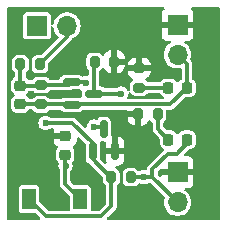
<source format=gbr>
%TF.GenerationSoftware,KiCad,Pcbnew,8.0.1*%
%TF.CreationDate,2024-05-12T21:11:42+05:30*%
%TF.ProjectId,PBSEQ-D2,50425345-512d-4443-922e-6b696361645f,0.1*%
%TF.SameCoordinates,Original*%
%TF.FileFunction,Copper,L1,Top*%
%TF.FilePolarity,Positive*%
%FSLAX46Y46*%
G04 Gerber Fmt 4.6, Leading zero omitted, Abs format (unit mm)*
G04 Created by KiCad (PCBNEW 8.0.1) date 2024-05-12 21:11:42*
%MOMM*%
%LPD*%
G01*
G04 APERTURE LIST*
G04 Aperture macros list*
%AMRoundRect*
0 Rectangle with rounded corners*
0 $1 Rounding radius*
0 $2 $3 $4 $5 $6 $7 $8 $9 X,Y pos of 4 corners*
0 Add a 4 corners polygon primitive as box body*
4,1,4,$2,$3,$4,$5,$6,$7,$8,$9,$2,$3,0*
0 Add four circle primitives for the rounded corners*
1,1,$1+$1,$2,$3*
1,1,$1+$1,$4,$5*
1,1,$1+$1,$6,$7*
1,1,$1+$1,$8,$9*
0 Add four rect primitives between the rounded corners*
20,1,$1+$1,$2,$3,$4,$5,0*
20,1,$1+$1,$4,$5,$6,$7,0*
20,1,$1+$1,$6,$7,$8,$9,0*
20,1,$1+$1,$8,$9,$2,$3,0*%
G04 Aperture macros list end*
%TA.AperFunction,SMDPad,CuDef*%
%ADD10RoundRect,0.200000X0.200000X0.275000X-0.200000X0.275000X-0.200000X-0.275000X0.200000X-0.275000X0*%
%TD*%
%TA.AperFunction,SMDPad,CuDef*%
%ADD11RoundRect,0.200000X0.275000X-0.200000X0.275000X0.200000X-0.275000X0.200000X-0.275000X-0.200000X0*%
%TD*%
%TA.AperFunction,ComponentPad*%
%ADD12R,1.700000X1.700000*%
%TD*%
%TA.AperFunction,ComponentPad*%
%ADD13O,1.700000X1.700000*%
%TD*%
%TA.AperFunction,SMDPad,CuDef*%
%ADD14RoundRect,0.150000X-0.587500X-0.150000X0.587500X-0.150000X0.587500X0.150000X-0.587500X0.150000X0*%
%TD*%
%TA.AperFunction,SMDPad,CuDef*%
%ADD15RoundRect,0.218750X-0.218750X-0.256250X0.218750X-0.256250X0.218750X0.256250X-0.218750X0.256250X0*%
%TD*%
%TA.AperFunction,SMDPad,CuDef*%
%ADD16RoundRect,0.200000X-0.200000X-0.275000X0.200000X-0.275000X0.200000X0.275000X-0.200000X0.275000X0*%
%TD*%
%TA.AperFunction,SMDPad,CuDef*%
%ADD17RoundRect,0.225000X0.250000X-0.225000X0.250000X0.225000X-0.250000X0.225000X-0.250000X-0.225000X0*%
%TD*%
%TA.AperFunction,SMDPad,CuDef*%
%ADD18R,1.150000X1.700000*%
%TD*%
%TA.AperFunction,SMDPad,CuDef*%
%ADD19RoundRect,0.200000X-0.275000X0.200000X-0.275000X-0.200000X0.275000X-0.200000X0.275000X0.200000X0*%
%TD*%
%TA.AperFunction,SMDPad,CuDef*%
%ADD20RoundRect,0.150000X0.150000X-0.587500X0.150000X0.587500X-0.150000X0.587500X-0.150000X-0.587500X0*%
%TD*%
%TA.AperFunction,ViaPad*%
%ADD21C,0.600000*%
%TD*%
%TA.AperFunction,Conductor*%
%ADD22C,0.300000*%
%TD*%
G04 APERTURE END LIST*
D10*
%TO.P,R3,1*%
%TO.N,GND*%
X139620000Y-96405000D03*
%TO.P,R3,2*%
%TO.N,OUTPUT*%
X137970000Y-96405000D03*
%TD*%
D11*
%TO.P,R5,1*%
%TO.N,Net-(D1-K)*%
X141740000Y-98605000D03*
%TO.P,R5,2*%
%TO.N,GND*%
X141740000Y-96955000D03*
%TD*%
D12*
%TO.P,J3,1,Pin_1*%
%TO.N,Net-(J3-Pin_1)*%
X133077500Y-93370000D03*
D13*
%TO.P,J3,2,Pin_2*%
%TO.N,Net-(J3-Pin_2)*%
X135617500Y-93370000D03*
%TD*%
D12*
%TO.P,J1,1,Pin_1*%
%TO.N,GND*%
X144980000Y-93270000D03*
D13*
%TO.P,J1,2,Pin_2*%
%TO.N,VCC*%
X144980000Y-95810000D03*
%TD*%
D14*
%TO.P,Q1,1,G*%
%TO.N,Net-(Q1-G)*%
X136017500Y-98156000D03*
%TO.P,Q1,2,S*%
%TO.N,VCC*%
X136017500Y-100056000D03*
%TO.P,Q1,3,D*%
%TO.N,OUTPUT*%
X137892500Y-99106000D03*
%TD*%
D15*
%TO.P,D1,1,K*%
%TO.N,Net-(D1-K)*%
X144212500Y-98610000D03*
%TO.P,D1,2,A*%
%TO.N,VCC*%
X145787500Y-98610000D03*
%TD*%
D16*
%TO.P,R2,1*%
%TO.N,Net-(J3-Pin_1)*%
X139380000Y-106185000D03*
%TO.P,R2,2*%
%TO.N,OUTPUT*%
X141030000Y-106185000D03*
%TD*%
D10*
%TO.P,R6,1*%
%TO.N,Net-(D2-K)*%
X143315000Y-100850000D03*
%TO.P,R6,2*%
%TO.N,GND*%
X141665000Y-100850000D03*
%TD*%
D12*
%TO.P,J2,1,Pin_1*%
%TO.N,GND*%
X144980000Y-105770000D03*
D13*
%TO.P,J2,2,Pin_2*%
%TO.N,OUTPUT*%
X144980000Y-108310000D03*
%TD*%
D15*
%TO.P,D2,1,K*%
%TO.N,Net-(D2-K)*%
X144212500Y-103000000D03*
%TO.P,D2,2,A*%
%TO.N,OUTPUT*%
X145787500Y-103000000D03*
%TD*%
D16*
%TO.P,R4,1*%
%TO.N,Net-(Q1-G)*%
X131680000Y-96605000D03*
%TO.P,R4,2*%
%TO.N,Net-(J3-Pin_2)*%
X133330000Y-96605000D03*
%TD*%
D17*
%TO.P,C1,1*%
%TO.N,VCC*%
X131655000Y-99980000D03*
%TO.P,C1,2*%
%TO.N,Net-(Q1-G)*%
X131655000Y-98430000D03*
%TD*%
D18*
%TO.P,SW1,1,1*%
%TO.N,Net-(J3-Pin_2)*%
X136760000Y-108035000D03*
%TO.P,SW1,2,2*%
%TO.N,Net-(J3-Pin_1)*%
X132410000Y-108035000D03*
%TD*%
D19*
%TO.P,R1,1*%
%TO.N,Net-(Q1-G)*%
X133425000Y-98380000D03*
%TO.P,R1,2*%
%TO.N,VCC*%
X133425000Y-100030000D03*
%TD*%
D17*
%TO.P,C2,1*%
%TO.N,Net-(J3-Pin_2)*%
X135465000Y-104270000D03*
%TO.P,C2,2*%
%TO.N,GND*%
X135465000Y-102720000D03*
%TD*%
D20*
%TO.P,Q2,1,G*%
%TO.N,Net-(J3-Pin_1)*%
X137787000Y-103982500D03*
%TO.P,Q2,2,S*%
%TO.N,GND*%
X139687000Y-103982500D03*
%TO.P,Q2,3,D*%
%TO.N,Net-(Q1-G)*%
X138737000Y-102107500D03*
%TD*%
D21*
%TO.N,Net-(Q1-G)*%
X137242500Y-98200000D03*
X137900000Y-101900000D03*
%TO.N,GND*%
X147600000Y-98200000D03*
X143200000Y-97000000D03*
X132600000Y-105200000D03*
X142000000Y-104600000D03*
X140200000Y-97800000D03*
X141800000Y-92800000D03*
X136800000Y-105800000D03*
X136600000Y-96000000D03*
X141800000Y-108000000D03*
X146800000Y-100800000D03*
%TO.N,Net-(J3-Pin_2)*%
X135500000Y-105200000D03*
%TO.N,OUTPUT*%
X140200000Y-99100000D03*
X142100000Y-106200000D03*
%TO.N,Net-(J3-Pin_1)*%
X133800000Y-101600000D03*
%TD*%
D22*
%TO.N,Net-(Q1-G)*%
X137900000Y-101900000D02*
X138529500Y-101900000D01*
X131655000Y-98430000D02*
X133375000Y-98430000D01*
X131680000Y-96605000D02*
X131680000Y-98405000D01*
X138529500Y-101900000D02*
X138737000Y-102107500D01*
X131680000Y-98405000D02*
X131655000Y-98430000D01*
X135793500Y-98380000D02*
X136017500Y-98156000D01*
X133425000Y-98380000D02*
X135793500Y-98380000D01*
X136017500Y-98156000D02*
X137198500Y-98156000D01*
X133375000Y-98430000D02*
X133425000Y-98380000D01*
X137198500Y-98156000D02*
X137242500Y-98200000D01*
%TO.N,VCC*%
X133425000Y-100030000D02*
X135991500Y-100030000D01*
X145787500Y-98610000D02*
X145787500Y-96617500D01*
X144372500Y-100025000D02*
X145787500Y-98610000D01*
X136017500Y-100056000D02*
X136048500Y-100025000D01*
X133375000Y-99980000D02*
X133425000Y-100030000D01*
X135991500Y-100030000D02*
X136017500Y-100056000D01*
X136048500Y-100025000D02*
X144372500Y-100025000D01*
X145787500Y-96617500D02*
X144980000Y-95810000D01*
X131655000Y-99980000D02*
X133375000Y-99980000D01*
%TO.N,Net-(J3-Pin_2)*%
X135465000Y-106740000D02*
X136760000Y-108035000D01*
X135617500Y-94317500D02*
X135617500Y-93370000D01*
X135500000Y-105200000D02*
X135465000Y-105165000D01*
X135465000Y-105165000D02*
X135465000Y-104270000D01*
X133330000Y-96605000D02*
X135617500Y-94317500D01*
X135465000Y-104270000D02*
X135465000Y-106740000D01*
%TO.N,Net-(D1-K)*%
X141740000Y-98605000D02*
X144207500Y-98605000D01*
X144207500Y-98605000D02*
X144212500Y-98610000D01*
%TO.N,OUTPUT*%
X144900000Y-104200000D02*
X145787500Y-103312500D01*
X141030000Y-106185000D02*
X142855000Y-106185000D01*
X137892500Y-99106000D02*
X140194000Y-99106000D01*
X142855000Y-106185000D02*
X142855000Y-105495000D01*
X137892500Y-99106000D02*
X137892500Y-96482500D01*
X142855000Y-105495000D02*
X144150000Y-104200000D01*
X142855000Y-106185000D02*
X144980000Y-108310000D01*
X144150000Y-104200000D02*
X144900000Y-104200000D01*
X145787500Y-103312500D02*
X145787500Y-103000000D01*
X140194000Y-99106000D02*
X140200000Y-99100000D01*
X137892500Y-96482500D02*
X137970000Y-96405000D01*
%TO.N,Net-(D2-K)*%
X143315000Y-102102500D02*
X144212500Y-103000000D01*
X143315000Y-100850000D02*
X143315000Y-102102500D01*
%TO.N,Net-(J3-Pin_1)*%
X137787000Y-104687000D02*
X137787000Y-103982500D01*
X139285000Y-106185000D02*
X137787000Y-104687000D01*
X137787000Y-103317296D02*
X137787000Y-103982500D01*
X133800000Y-101600000D02*
X136069704Y-101600000D01*
X139380000Y-106185000D02*
X139380000Y-108620000D01*
X138500000Y-109500000D02*
X133875000Y-109500000D01*
X136069704Y-101600000D02*
X137787000Y-103317296D01*
X139380000Y-106185000D02*
X139285000Y-106185000D01*
X133875000Y-109500000D02*
X132410000Y-108035000D01*
X139380000Y-108620000D02*
X138500000Y-109500000D01*
%TD*%
%TA.AperFunction,Conductor*%
%TO.N,GND*%
G36*
X143824375Y-91815185D02*
G01*
X143870130Y-91867989D01*
X143880074Y-91937147D01*
X143851049Y-92000703D01*
X143831647Y-92018767D01*
X143772809Y-92062813D01*
X143686649Y-92177906D01*
X143686645Y-92177913D01*
X143636403Y-92312620D01*
X143636401Y-92312627D01*
X143630000Y-92372155D01*
X143630000Y-93020000D01*
X144546988Y-93020000D01*
X144514075Y-93077007D01*
X144480000Y-93204174D01*
X144480000Y-93335826D01*
X144514075Y-93462993D01*
X144546988Y-93520000D01*
X143630000Y-93520000D01*
X143630000Y-94167844D01*
X143636401Y-94227372D01*
X143636403Y-94227379D01*
X143686645Y-94362086D01*
X143686649Y-94362093D01*
X143772809Y-94477187D01*
X143772812Y-94477190D01*
X143887906Y-94563350D01*
X143887913Y-94563354D01*
X144022620Y-94613596D01*
X144022627Y-94613598D01*
X144082155Y-94619999D01*
X144082172Y-94620000D01*
X144280634Y-94620000D01*
X144347673Y-94639685D01*
X144393428Y-94692489D01*
X144403372Y-94761647D01*
X144374347Y-94825203D01*
X144345911Y-94849427D01*
X144283701Y-94887945D01*
X144126127Y-95031593D01*
X143997632Y-95201746D01*
X143902596Y-95392605D01*
X143902596Y-95392607D01*
X143844244Y-95597689D01*
X143840703Y-95635909D01*
X143824571Y-95810000D01*
X143844244Y-96022310D01*
X143901208Y-96222516D01*
X143902596Y-96227392D01*
X143902596Y-96227394D01*
X143997632Y-96418253D01*
X144103311Y-96558193D01*
X144126128Y-96588407D01*
X144283698Y-96732052D01*
X144464981Y-96844298D01*
X144663802Y-96921321D01*
X144873390Y-96960500D01*
X144873392Y-96960500D01*
X145086608Y-96960500D01*
X145086610Y-96960500D01*
X145190217Y-96941132D01*
X145259730Y-96948163D01*
X145314408Y-96991660D01*
X145336891Y-97057814D01*
X145337000Y-97063021D01*
X145337000Y-97816237D01*
X145317315Y-97883276D01*
X145287925Y-97915041D01*
X145198132Y-97983132D01*
X145111884Y-98096868D01*
X145108086Y-98103624D01*
X145058072Y-98152412D01*
X144989620Y-98166416D01*
X144924463Y-98141188D01*
X144891914Y-98103624D01*
X144888115Y-98096868D01*
X144801867Y-97983132D01*
X144688134Y-97896886D01*
X144688132Y-97896885D01*
X144555346Y-97844521D01*
X144555345Y-97844520D01*
X144555343Y-97844520D01*
X144471902Y-97834500D01*
X143953098Y-97834500D01*
X143869656Y-97844520D01*
X143869655Y-97844520D01*
X143736865Y-97896886D01*
X143623132Y-97983132D01*
X143531760Y-98103626D01*
X143529285Y-98101749D01*
X143490040Y-98140049D01*
X143431945Y-98154500D01*
X142514751Y-98154500D01*
X142447712Y-98134815D01*
X142415485Y-98104812D01*
X142372548Y-98047457D01*
X142372546Y-98047454D01*
X142305003Y-97996891D01*
X142263133Y-97940957D01*
X142258149Y-97871265D01*
X142291635Y-97809943D01*
X142315166Y-97791508D01*
X142449874Y-97710074D01*
X142449878Y-97710071D01*
X142570072Y-97589877D01*
X142658019Y-97444395D01*
X142708590Y-97282106D01*
X142715000Y-97211572D01*
X142715000Y-97205000D01*
X140765001Y-97205000D01*
X140765001Y-97211582D01*
X140771408Y-97282102D01*
X140771409Y-97282107D01*
X140821981Y-97444396D01*
X140909927Y-97589877D01*
X141030122Y-97710072D01*
X141164834Y-97791508D01*
X141212021Y-97843036D01*
X141223860Y-97911895D01*
X141196591Y-97976224D01*
X141174996Y-97996891D01*
X141107452Y-98047455D01*
X141021206Y-98162664D01*
X141021202Y-98162671D01*
X140996219Y-98229656D01*
X140970909Y-98297517D01*
X140964500Y-98357127D01*
X140964500Y-98357134D01*
X140964500Y-98357135D01*
X140964500Y-98753095D01*
X140944815Y-98820134D01*
X140892011Y-98865889D01*
X140822853Y-98875833D01*
X140759297Y-98846808D01*
X140725939Y-98800546D01*
X140724536Y-98797159D01*
X140628282Y-98671718D01*
X140502841Y-98575464D01*
X140356762Y-98514956D01*
X140356760Y-98514955D01*
X140200001Y-98494318D01*
X140199999Y-98494318D01*
X140043239Y-98514955D01*
X140043234Y-98514957D01*
X139897163Y-98575461D01*
X139897162Y-98575461D01*
X139865624Y-98599661D01*
X139826246Y-98629876D01*
X139761079Y-98655070D01*
X139750762Y-98655500D01*
X138872288Y-98655500D01*
X138805249Y-98635815D01*
X138798655Y-98631270D01*
X138692886Y-98553209D01*
X138692880Y-98553206D01*
X138564700Y-98508353D01*
X138534270Y-98505500D01*
X138534266Y-98505500D01*
X138467000Y-98505500D01*
X138399961Y-98485815D01*
X138354206Y-98433011D01*
X138343000Y-98381500D01*
X138343000Y-97235226D01*
X138362685Y-97168187D01*
X138407576Y-97126392D01*
X138412323Y-97123798D01*
X138412331Y-97123796D01*
X138527546Y-97037546D01*
X138578109Y-96970002D01*
X138634041Y-96928133D01*
X138703733Y-96923149D01*
X138765056Y-96956634D01*
X138783491Y-96980165D01*
X138864927Y-97114877D01*
X138985122Y-97235072D01*
X139130604Y-97323019D01*
X139130603Y-97323019D01*
X139292894Y-97373590D01*
X139292893Y-97373590D01*
X139363408Y-97379998D01*
X139363426Y-97379999D01*
X139369999Y-97379998D01*
X139370000Y-97379998D01*
X139370000Y-96655000D01*
X139870000Y-96655000D01*
X139870000Y-97379999D01*
X139876581Y-97379999D01*
X139947102Y-97373591D01*
X139947107Y-97373590D01*
X140109396Y-97323018D01*
X140254877Y-97235072D01*
X140375072Y-97114877D01*
X140463019Y-96969395D01*
X140513590Y-96807106D01*
X140519078Y-96746711D01*
X140534622Y-96707358D01*
X140529307Y-96697162D01*
X140757162Y-96697162D01*
X140765000Y-96705000D01*
X141490000Y-96705000D01*
X141490000Y-96055000D01*
X141990000Y-96055000D01*
X141990000Y-96705000D01*
X142714999Y-96705000D01*
X142714999Y-96698417D01*
X142708591Y-96627897D01*
X142708590Y-96627892D01*
X142658018Y-96465603D01*
X142570072Y-96320122D01*
X142449877Y-96199927D01*
X142304395Y-96111980D01*
X142304396Y-96111980D01*
X142142105Y-96061409D01*
X142142106Y-96061409D01*
X142071572Y-96055000D01*
X141990000Y-96055000D01*
X141490000Y-96055000D01*
X141489999Y-96054999D01*
X141408417Y-96055000D01*
X141337897Y-96061408D01*
X141337892Y-96061409D01*
X141175603Y-96111981D01*
X141030122Y-96199927D01*
X140909927Y-96320122D01*
X140821980Y-96465604D01*
X140771409Y-96627893D01*
X140767491Y-96671014D01*
X140757162Y-96697162D01*
X140529307Y-96697162D01*
X140522350Y-96683818D01*
X140520000Y-96659793D01*
X140520000Y-96655000D01*
X139870000Y-96655000D01*
X139370000Y-96655000D01*
X139370000Y-95430000D01*
X139870000Y-95430000D01*
X139870000Y-96155000D01*
X140519999Y-96155000D01*
X140519999Y-96073417D01*
X140513591Y-96002897D01*
X140513590Y-96002892D01*
X140463018Y-95840603D01*
X140375072Y-95695122D01*
X140254877Y-95574927D01*
X140109395Y-95486980D01*
X140109396Y-95486980D01*
X139947105Y-95436409D01*
X139947106Y-95436409D01*
X139876572Y-95430000D01*
X139870000Y-95430000D01*
X139370000Y-95430000D01*
X139369999Y-95429999D01*
X139363436Y-95430000D01*
X139363417Y-95430001D01*
X139292897Y-95436408D01*
X139292892Y-95436409D01*
X139130603Y-95486981D01*
X138985122Y-95574927D01*
X138864927Y-95695122D01*
X138783491Y-95829834D01*
X138731963Y-95877022D01*
X138663103Y-95888860D01*
X138598775Y-95861591D01*
X138578108Y-95839995D01*
X138527547Y-95772455D01*
X138527544Y-95772452D01*
X138412335Y-95686206D01*
X138412328Y-95686202D01*
X138277486Y-95635910D01*
X138277485Y-95635909D01*
X138277483Y-95635909D01*
X138217873Y-95629500D01*
X138217863Y-95629500D01*
X137722129Y-95629500D01*
X137722123Y-95629501D01*
X137662516Y-95635908D01*
X137527671Y-95686202D01*
X137527664Y-95686206D01*
X137412455Y-95772452D01*
X137412452Y-95772455D01*
X137326206Y-95887664D01*
X137326202Y-95887671D01*
X137275986Y-96022310D01*
X137275909Y-96022517D01*
X137269500Y-96082127D01*
X137269500Y-96082134D01*
X137269500Y-96082135D01*
X137269500Y-96727870D01*
X137269501Y-96727876D01*
X137275908Y-96787483D01*
X137326202Y-96922328D01*
X137326203Y-96922330D01*
X137417267Y-97043975D01*
X137441684Y-97109439D01*
X137442000Y-97118286D01*
X137442000Y-97479187D01*
X137422315Y-97546226D01*
X137369511Y-97591981D01*
X137301816Y-97602126D01*
X137242503Y-97594318D01*
X137242499Y-97594318D01*
X137085739Y-97614955D01*
X137085737Y-97614956D01*
X136989090Y-97654989D01*
X136919620Y-97662458D01*
X136868004Y-97640198D01*
X136817886Y-97603209D01*
X136817880Y-97603206D01*
X136689700Y-97558353D01*
X136659270Y-97555500D01*
X136659266Y-97555500D01*
X135375734Y-97555500D01*
X135375730Y-97555500D01*
X135345300Y-97558353D01*
X135345298Y-97558353D01*
X135217119Y-97603206D01*
X135217117Y-97603207D01*
X135107850Y-97683850D01*
X135064466Y-97742634D01*
X135027207Y-97793118D01*
X135008543Y-97846456D01*
X134967823Y-97903230D01*
X134902871Y-97928978D01*
X134891503Y-97929500D01*
X134199751Y-97929500D01*
X134132712Y-97909815D01*
X134100485Y-97879812D01*
X134066564Y-97834500D01*
X134057546Y-97822454D01*
X134049241Y-97816237D01*
X133942335Y-97736206D01*
X133942328Y-97736202D01*
X133807486Y-97685910D01*
X133807485Y-97685909D01*
X133807483Y-97685909D01*
X133747873Y-97679500D01*
X133747863Y-97679500D01*
X133102129Y-97679500D01*
X133102123Y-97679501D01*
X133042516Y-97685908D01*
X132907671Y-97736202D01*
X132907664Y-97736206D01*
X132792456Y-97822452D01*
X132792455Y-97822453D01*
X132792454Y-97822454D01*
X132712087Y-97929811D01*
X132656153Y-97971682D01*
X132612820Y-97979500D01*
X132455097Y-97979500D01*
X132388058Y-97959815D01*
X132356293Y-97930426D01*
X132344626Y-97915041D01*
X132280078Y-97829922D01*
X132179573Y-97753706D01*
X132138051Y-97697514D01*
X132130500Y-97654903D01*
X132130500Y-97379749D01*
X132150185Y-97312710D01*
X132180190Y-97280482D01*
X132237546Y-97237546D01*
X132323796Y-97122331D01*
X132374091Y-96987483D01*
X132380500Y-96927873D01*
X132380499Y-96282128D01*
X132374091Y-96222517D01*
X132365665Y-96199927D01*
X132323797Y-96087671D01*
X132323793Y-96087664D01*
X132237547Y-95972455D01*
X132237544Y-95972452D01*
X132122335Y-95886206D01*
X132122328Y-95886202D01*
X131987486Y-95835910D01*
X131987485Y-95835909D01*
X131987483Y-95835909D01*
X131927873Y-95829500D01*
X131927863Y-95829500D01*
X131432129Y-95829500D01*
X131432123Y-95829501D01*
X131372516Y-95835908D01*
X131237671Y-95886202D01*
X131237664Y-95886206D01*
X131122455Y-95972452D01*
X131122452Y-95972455D01*
X131036206Y-96087664D01*
X131036202Y-96087671D01*
X130985910Y-96222513D01*
X130985909Y-96222517D01*
X130979500Y-96282127D01*
X130979500Y-96282134D01*
X130979500Y-96282135D01*
X130979500Y-96927870D01*
X130979501Y-96927876D01*
X130985908Y-96987483D01*
X131036202Y-97122328D01*
X131036203Y-97122329D01*
X131036204Y-97122331D01*
X131122452Y-97237543D01*
X131122455Y-97237547D01*
X131179810Y-97280482D01*
X131221682Y-97336415D01*
X131229500Y-97379749D01*
X131229500Y-97624928D01*
X131209815Y-97691967D01*
X131157011Y-97737722D01*
X131150996Y-97740280D01*
X131145028Y-97742633D01*
X131145026Y-97742634D01*
X131029921Y-97829921D01*
X130942636Y-97945023D01*
X130889640Y-98079411D01*
X130884065Y-98125841D01*
X130879500Y-98163856D01*
X130879500Y-98696144D01*
X130881272Y-98710897D01*
X130889640Y-98780588D01*
X130942636Y-98914976D01*
X131029920Y-99030076D01*
X131029922Y-99030078D01*
X131096412Y-99080499D01*
X131130298Y-99106196D01*
X131171821Y-99162389D01*
X131176372Y-99232110D01*
X131142507Y-99293224D01*
X131130298Y-99303804D01*
X131029920Y-99379923D01*
X130942636Y-99495023D01*
X130889640Y-99629411D01*
X130884065Y-99675841D01*
X130879500Y-99713856D01*
X130879500Y-100246144D01*
X130884825Y-100290494D01*
X130889640Y-100330588D01*
X130942636Y-100464976D01*
X131029921Y-100580078D01*
X131145023Y-100667363D01*
X131145024Y-100667363D01*
X131145025Y-100667364D01*
X131279410Y-100720359D01*
X131363856Y-100730500D01*
X131363862Y-100730500D01*
X131946138Y-100730500D01*
X131946144Y-100730500D01*
X132030590Y-100720359D01*
X132164975Y-100667364D01*
X132280078Y-100580078D01*
X132356293Y-100479573D01*
X132412486Y-100438051D01*
X132455097Y-100430500D01*
X132612820Y-100430500D01*
X132679859Y-100450185D01*
X132712085Y-100480187D01*
X132792454Y-100587546D01*
X132835386Y-100619685D01*
X132907664Y-100673793D01*
X132907671Y-100673797D01*
X132952618Y-100690561D01*
X133042517Y-100724091D01*
X133102127Y-100730500D01*
X133747872Y-100730499D01*
X133807483Y-100724091D01*
X133942331Y-100673796D01*
X134057546Y-100587546D01*
X134098783Y-100532461D01*
X134100485Y-100530188D01*
X134156419Y-100488318D01*
X134199751Y-100480500D01*
X135010085Y-100480500D01*
X135077124Y-100500185D01*
X135100634Y-100522223D01*
X135101279Y-100521579D01*
X135107848Y-100528148D01*
X135107849Y-100528148D01*
X135107850Y-100528150D01*
X135217118Y-100608793D01*
X135248246Y-100619685D01*
X135345299Y-100653646D01*
X135375730Y-100656500D01*
X135375734Y-100656500D01*
X136659270Y-100656500D01*
X136689699Y-100653646D01*
X136689701Y-100653646D01*
X136753790Y-100631219D01*
X136817882Y-100608793D01*
X136927150Y-100528150D01*
X136928834Y-100525867D01*
X136931318Y-100523981D01*
X136933721Y-100521579D01*
X136934049Y-100521907D01*
X136984481Y-100483616D01*
X137028605Y-100475500D01*
X140641000Y-100475500D01*
X140708039Y-100495185D01*
X140753794Y-100547989D01*
X140765000Y-100599500D01*
X140765000Y-100600000D01*
X141791000Y-100600000D01*
X141858039Y-100619685D01*
X141903794Y-100672489D01*
X141915000Y-100724000D01*
X141915000Y-101824999D01*
X141921581Y-101824999D01*
X141992102Y-101818591D01*
X141992107Y-101818590D01*
X142154396Y-101768018D01*
X142299877Y-101680072D01*
X142420071Y-101559878D01*
X142420074Y-101559874D01*
X142501508Y-101425166D01*
X142553035Y-101377978D01*
X142621895Y-101366139D01*
X142686224Y-101393407D01*
X142706892Y-101415004D01*
X142757452Y-101482543D01*
X142757455Y-101482547D01*
X142814810Y-101525482D01*
X142856682Y-101581415D01*
X142864500Y-101624749D01*
X142864500Y-102161811D01*
X142875494Y-102202838D01*
X142875494Y-102202840D01*
X142875495Y-102202840D01*
X142875495Y-102202841D01*
X142895201Y-102276387D01*
X142954511Y-102379114D01*
X142954513Y-102379116D01*
X143438181Y-102862784D01*
X143471666Y-102924107D01*
X143474500Y-102950465D01*
X143474500Y-103296902D01*
X143484520Y-103380343D01*
X143484520Y-103380344D01*
X143536886Y-103513134D01*
X143623132Y-103626867D01*
X143729524Y-103707546D01*
X143736868Y-103713115D01*
X143749550Y-103718116D01*
X143804695Y-103761021D01*
X143827889Y-103826928D01*
X143811769Y-103894913D01*
X143791743Y-103921152D01*
X142494513Y-105218383D01*
X142494509Y-105218389D01*
X142435201Y-105321112D01*
X142435200Y-105321117D01*
X142404500Y-105435691D01*
X142404500Y-105493011D01*
X142384815Y-105560050D01*
X142332011Y-105605805D01*
X142264315Y-105615950D01*
X142100001Y-105594318D01*
X142099999Y-105594318D01*
X141943239Y-105614955D01*
X141943234Y-105614957D01*
X141796441Y-105675760D01*
X141726972Y-105683229D01*
X141664493Y-105651953D01*
X141649723Y-105635511D01*
X141588488Y-105553713D01*
X141587546Y-105552454D01*
X141587544Y-105552453D01*
X141587544Y-105552452D01*
X141472335Y-105466206D01*
X141472328Y-105466202D01*
X141337486Y-105415910D01*
X141337485Y-105415909D01*
X141337483Y-105415909D01*
X141277873Y-105409500D01*
X141277863Y-105409500D01*
X140782129Y-105409500D01*
X140782123Y-105409501D01*
X140722516Y-105415908D01*
X140587671Y-105466202D01*
X140587664Y-105466206D01*
X140472455Y-105552452D01*
X140472452Y-105552455D01*
X140386206Y-105667664D01*
X140386202Y-105667671D01*
X140335910Y-105802513D01*
X140335909Y-105802517D01*
X140329500Y-105862127D01*
X140329500Y-105862134D01*
X140329500Y-105862135D01*
X140329500Y-106507870D01*
X140329501Y-106507876D01*
X140335908Y-106567483D01*
X140386202Y-106702328D01*
X140386206Y-106702335D01*
X140472452Y-106817544D01*
X140472454Y-106817546D01*
X140587664Y-106903793D01*
X140587671Y-106903797D01*
X140614724Y-106913887D01*
X140722517Y-106954091D01*
X140782127Y-106960500D01*
X141277872Y-106960499D01*
X141337483Y-106954091D01*
X141472331Y-106903796D01*
X141587546Y-106817546D01*
X141633464Y-106756207D01*
X141689396Y-106714338D01*
X141759088Y-106709354D01*
X141794730Y-106723133D01*
X141797155Y-106724533D01*
X141797159Y-106724536D01*
X141943238Y-106785044D01*
X142021619Y-106795363D01*
X142099999Y-106805682D01*
X142100000Y-106805682D01*
X142100001Y-106805682D01*
X142152254Y-106798802D01*
X142256762Y-106785044D01*
X142402836Y-106724538D01*
X142402837Y-106724538D01*
X142402837Y-106724537D01*
X142402841Y-106724536D01*
X142485482Y-106661123D01*
X142550650Y-106635930D01*
X142560967Y-106635500D01*
X142617035Y-106635500D01*
X142684074Y-106655185D01*
X142704716Y-106671819D01*
X143856142Y-107823246D01*
X143889627Y-107884569D01*
X143887727Y-107944861D01*
X143844244Y-108097687D01*
X143824571Y-108309999D01*
X143824571Y-108310000D01*
X143844244Y-108522310D01*
X143902596Y-108727392D01*
X143902596Y-108727394D01*
X143997632Y-108918253D01*
X144102987Y-109057764D01*
X144126128Y-109088407D01*
X144283698Y-109232052D01*
X144464981Y-109344298D01*
X144663802Y-109421321D01*
X144873390Y-109460500D01*
X144873392Y-109460500D01*
X145086608Y-109460500D01*
X145086610Y-109460500D01*
X145296198Y-109421321D01*
X145495019Y-109344298D01*
X145676302Y-109232052D01*
X145833872Y-109088407D01*
X145962366Y-108918255D01*
X146024293Y-108793888D01*
X146057403Y-108727394D01*
X146057403Y-108727393D01*
X146057405Y-108727389D01*
X146115756Y-108522310D01*
X146135429Y-108310000D01*
X146115756Y-108097690D01*
X146057405Y-107892611D01*
X146057403Y-107892606D01*
X146057403Y-107892605D01*
X145962367Y-107701746D01*
X145833872Y-107531593D01*
X145676302Y-107387948D01*
X145676299Y-107387946D01*
X145676298Y-107387945D01*
X145614089Y-107349427D01*
X145567453Y-107297399D01*
X145556349Y-107228418D01*
X145584302Y-107164383D01*
X145642437Y-107125627D01*
X145679366Y-107120000D01*
X145877828Y-107120000D01*
X145877844Y-107119999D01*
X145937372Y-107113598D01*
X145937379Y-107113596D01*
X146072086Y-107063354D01*
X146072093Y-107063350D01*
X146187187Y-106977190D01*
X146187190Y-106977187D01*
X146273350Y-106862093D01*
X146273354Y-106862086D01*
X146323596Y-106727379D01*
X146323598Y-106727372D01*
X146329999Y-106667844D01*
X146330000Y-106667827D01*
X146330000Y-106020000D01*
X145413012Y-106020000D01*
X145445925Y-105962993D01*
X145480000Y-105835826D01*
X145480000Y-105704174D01*
X145445925Y-105577007D01*
X145413012Y-105520000D01*
X146330000Y-105520000D01*
X146330000Y-104872172D01*
X146329999Y-104872155D01*
X146323598Y-104812627D01*
X146323596Y-104812620D01*
X146273354Y-104677913D01*
X146273350Y-104677906D01*
X146187190Y-104562812D01*
X146187187Y-104562809D01*
X146072093Y-104476649D01*
X146072086Y-104476645D01*
X145937379Y-104426403D01*
X145937372Y-104426401D01*
X145877844Y-104420000D01*
X145616465Y-104420000D01*
X145549426Y-104400315D01*
X145503671Y-104347511D01*
X145493727Y-104278353D01*
X145522752Y-104214797D01*
X145528784Y-104208319D01*
X145925284Y-103811819D01*
X145986607Y-103778334D01*
X146012965Y-103775500D01*
X146046902Y-103775500D01*
X146130346Y-103765479D01*
X146263132Y-103713115D01*
X146376867Y-103626867D01*
X146463115Y-103513132D01*
X146515479Y-103380346D01*
X146525500Y-103296902D01*
X146525500Y-102703098D01*
X146515479Y-102619654D01*
X146463115Y-102486868D01*
X146450324Y-102470000D01*
X146376867Y-102373132D01*
X146263134Y-102286886D01*
X146263132Y-102286885D01*
X146130346Y-102234521D01*
X146130345Y-102234520D01*
X146130343Y-102234520D01*
X146046902Y-102224500D01*
X145528098Y-102224500D01*
X145444656Y-102234520D01*
X145444655Y-102234520D01*
X145311865Y-102286886D01*
X145198132Y-102373132D01*
X145111884Y-102486868D01*
X145108086Y-102493624D01*
X145058072Y-102542412D01*
X144989620Y-102556416D01*
X144924463Y-102531188D01*
X144891914Y-102493624D01*
X144888115Y-102486868D01*
X144801867Y-102373132D01*
X144688134Y-102286886D01*
X144688132Y-102286885D01*
X144555346Y-102234521D01*
X144555345Y-102234520D01*
X144555343Y-102234520D01*
X144471902Y-102224500D01*
X144125465Y-102224500D01*
X144058426Y-102204815D01*
X144037784Y-102188181D01*
X143801819Y-101952215D01*
X143768334Y-101890892D01*
X143765500Y-101864534D01*
X143765500Y-101624749D01*
X143785185Y-101557710D01*
X143815190Y-101525482D01*
X143872546Y-101482546D01*
X143958796Y-101367331D01*
X144009091Y-101232483D01*
X144015500Y-101172873D01*
X144015499Y-100599499D01*
X144035183Y-100532461D01*
X144087987Y-100486706D01*
X144139499Y-100475500D01*
X144431807Y-100475500D01*
X144431809Y-100475500D01*
X144527726Y-100449799D01*
X144546387Y-100444799D01*
X144649114Y-100385489D01*
X145612784Y-99421819D01*
X145674107Y-99388334D01*
X145700465Y-99385500D01*
X146046902Y-99385500D01*
X146130346Y-99375479D01*
X146263132Y-99323115D01*
X146376867Y-99236867D01*
X146463115Y-99123132D01*
X146515479Y-98990346D01*
X146525500Y-98906902D01*
X146525500Y-98313098D01*
X146515479Y-98229654D01*
X146463115Y-98096868D01*
X146449877Y-98079411D01*
X146376867Y-97983132D01*
X146287075Y-97915041D01*
X146245551Y-97858848D01*
X146238000Y-97816237D01*
X146238000Y-96558193D01*
X146238000Y-96558191D01*
X146207299Y-96443614D01*
X146192658Y-96418255D01*
X146182231Y-96400194D01*
X146147993Y-96340892D01*
X146147987Y-96340884D01*
X146103856Y-96296753D01*
X146070371Y-96235430D01*
X146072270Y-96175141D01*
X146115756Y-96022310D01*
X146135429Y-95810000D01*
X146115756Y-95597690D01*
X146057405Y-95392611D01*
X146057403Y-95392606D01*
X146057403Y-95392605D01*
X145962367Y-95201746D01*
X145833872Y-95031593D01*
X145676302Y-94887948D01*
X145676299Y-94887946D01*
X145676298Y-94887945D01*
X145614089Y-94849427D01*
X145567453Y-94797399D01*
X145556349Y-94728418D01*
X145584302Y-94664383D01*
X145642437Y-94625627D01*
X145679366Y-94620000D01*
X145877828Y-94620000D01*
X145877844Y-94619999D01*
X145937372Y-94613598D01*
X145937379Y-94613596D01*
X146072086Y-94563354D01*
X146072093Y-94563350D01*
X146187187Y-94477190D01*
X146187190Y-94477187D01*
X146273350Y-94362093D01*
X146273354Y-94362086D01*
X146323596Y-94227379D01*
X146323598Y-94227372D01*
X146329999Y-94167844D01*
X146330000Y-94167827D01*
X146330000Y-93520000D01*
X145413012Y-93520000D01*
X145445925Y-93462993D01*
X145480000Y-93335826D01*
X145480000Y-93204174D01*
X145445925Y-93077007D01*
X145413012Y-93020000D01*
X146330000Y-93020000D01*
X146330000Y-92372172D01*
X146329999Y-92372155D01*
X146323598Y-92312627D01*
X146323596Y-92312620D01*
X146273354Y-92177913D01*
X146273350Y-92177906D01*
X146187190Y-92062813D01*
X146128353Y-92018767D01*
X146086482Y-91962833D01*
X146081498Y-91893141D01*
X146114983Y-91831818D01*
X146176307Y-91798334D01*
X146202664Y-91795500D01*
X148430500Y-91795500D01*
X148497539Y-91815185D01*
X148543294Y-91867989D01*
X148554500Y-91919500D01*
X148554500Y-109670500D01*
X148534815Y-109737539D01*
X148482011Y-109783294D01*
X148430500Y-109794500D01*
X139141965Y-109794500D01*
X139074926Y-109774815D01*
X139029171Y-109722011D01*
X139019227Y-109652853D01*
X139048252Y-109589297D01*
X139054284Y-109582819D01*
X139292806Y-109344297D01*
X139740489Y-108896614D01*
X139799799Y-108793887D01*
X139816971Y-108729799D01*
X139830500Y-108679309D01*
X139830500Y-106959749D01*
X139850185Y-106892710D01*
X139880190Y-106860482D01*
X139937546Y-106817546D01*
X140023796Y-106702331D01*
X140074091Y-106567483D01*
X140080500Y-106507873D01*
X140080499Y-105862128D01*
X140074091Y-105802517D01*
X140048722Y-105734500D01*
X140023797Y-105667671D01*
X140023793Y-105667664D01*
X139937547Y-105552455D01*
X139937544Y-105552452D01*
X139822335Y-105466206D01*
X139822328Y-105466202D01*
X139806186Y-105460182D01*
X139750253Y-105418311D01*
X139725835Y-105352847D01*
X139740686Y-105284574D01*
X139790091Y-105235168D01*
X139849519Y-105220000D01*
X139902634Y-105220000D01*
X139902649Y-105219999D01*
X139939489Y-105217100D01*
X139939495Y-105217099D01*
X140097193Y-105171283D01*
X140097196Y-105171282D01*
X140238552Y-105087685D01*
X140238561Y-105087678D01*
X140354678Y-104971561D01*
X140354685Y-104971552D01*
X140438282Y-104830196D01*
X140438283Y-104830193D01*
X140484099Y-104672495D01*
X140484100Y-104672489D01*
X140486999Y-104635649D01*
X140487000Y-104635634D01*
X140487000Y-104232500D01*
X138887000Y-104232500D01*
X138887000Y-104635649D01*
X138889899Y-104672489D01*
X138889900Y-104672495D01*
X138935716Y-104830193D01*
X138935717Y-104830196D01*
X138969300Y-104886982D01*
X138986483Y-104954706D01*
X138964323Y-105020969D01*
X138909857Y-105064732D01*
X138840377Y-105072101D01*
X138777942Y-105040737D01*
X138774887Y-105037784D01*
X138423819Y-104686716D01*
X138390334Y-104625393D01*
X138387500Y-104599035D01*
X138387500Y-103340730D01*
X138384646Y-103310301D01*
X138383845Y-103308011D01*
X138383753Y-103306210D01*
X138383036Y-103302927D01*
X138383579Y-103302808D01*
X138380284Y-103238232D01*
X138415013Y-103177605D01*
X138477007Y-103145378D01*
X138512464Y-103143599D01*
X138532734Y-103145500D01*
X138768051Y-103145500D01*
X138835090Y-103165185D01*
X138880845Y-103217989D01*
X138890789Y-103287147D01*
X138890033Y-103291780D01*
X138889899Y-103292508D01*
X138887000Y-103329350D01*
X138887000Y-103732500D01*
X139437000Y-103732500D01*
X139437000Y-102747703D01*
X139937000Y-102747703D01*
X139937000Y-103732500D01*
X140487000Y-103732500D01*
X140487000Y-103329365D01*
X140486999Y-103329350D01*
X140484100Y-103292510D01*
X140484099Y-103292504D01*
X140438283Y-103134806D01*
X140438282Y-103134803D01*
X140354685Y-102993447D01*
X140354678Y-102993438D01*
X140238561Y-102877321D01*
X140238552Y-102877314D01*
X140097196Y-102793717D01*
X140097193Y-102793716D01*
X139939494Y-102747900D01*
X139939497Y-102747900D01*
X139937000Y-102747703D01*
X139437000Y-102747703D01*
X139423144Y-102734900D01*
X139402890Y-102730653D01*
X139353116Y-102681619D01*
X139337500Y-102621378D01*
X139337500Y-101465730D01*
X139334646Y-101435300D01*
X139334646Y-101435298D01*
X139293051Y-101316429D01*
X139289793Y-101307118D01*
X139209150Y-101197850D01*
X139099882Y-101117207D01*
X139099880Y-101117206D01*
X139050709Y-101100000D01*
X140765001Y-101100000D01*
X140765001Y-101181582D01*
X140771408Y-101252102D01*
X140771409Y-101252107D01*
X140821981Y-101414396D01*
X140909927Y-101559877D01*
X141030122Y-101680072D01*
X141175604Y-101768019D01*
X141175603Y-101768019D01*
X141337894Y-101818590D01*
X141337893Y-101818590D01*
X141408408Y-101824998D01*
X141408426Y-101824999D01*
X141414999Y-101824998D01*
X141415000Y-101824998D01*
X141415000Y-101100000D01*
X140765001Y-101100000D01*
X139050709Y-101100000D01*
X138971700Y-101072353D01*
X138941270Y-101069500D01*
X138941266Y-101069500D01*
X138532734Y-101069500D01*
X138532730Y-101069500D01*
X138502300Y-101072353D01*
X138502298Y-101072353D01*
X138374119Y-101117206D01*
X138374117Y-101117207D01*
X138264850Y-101197850D01*
X138207540Y-101275502D01*
X138151892Y-101317753D01*
X138082236Y-101323211D01*
X138060324Y-101316431D01*
X138056762Y-101314956D01*
X138056759Y-101314955D01*
X138056760Y-101314955D01*
X137900001Y-101294318D01*
X137899999Y-101294318D01*
X137743239Y-101314955D01*
X137743237Y-101314956D01*
X137597160Y-101375463D01*
X137471718Y-101471718D01*
X137375463Y-101597160D01*
X137314956Y-101743237D01*
X137314956Y-101743238D01*
X137293690Y-101904768D01*
X137265423Y-101968664D01*
X137207099Y-102007135D01*
X137137234Y-102007966D01*
X137083070Y-101976263D01*
X136346320Y-101239513D01*
X136346318Y-101239511D01*
X136274160Y-101197850D01*
X136243589Y-101180199D01*
X136211932Y-101171718D01*
X136170472Y-101160609D01*
X136129013Y-101149500D01*
X136129012Y-101149500D01*
X134241419Y-101149500D01*
X134174380Y-101129815D01*
X134165933Y-101123876D01*
X134102842Y-101075464D01*
X133956762Y-101014956D01*
X133956760Y-101014955D01*
X133800001Y-100994318D01*
X133799999Y-100994318D01*
X133643239Y-101014955D01*
X133643237Y-101014956D01*
X133497160Y-101075463D01*
X133371718Y-101171718D01*
X133275463Y-101297160D01*
X133214956Y-101443237D01*
X133214955Y-101443239D01*
X133194318Y-101599998D01*
X133194318Y-101600001D01*
X133214955Y-101756760D01*
X133214956Y-101756762D01*
X133270514Y-101890892D01*
X133275464Y-101902841D01*
X133371718Y-102028282D01*
X133497159Y-102124536D01*
X133643238Y-102185044D01*
X133697191Y-102192147D01*
X133799999Y-102205682D01*
X133800000Y-102205682D01*
X133800001Y-102205682D01*
X133852254Y-102198802D01*
X133956762Y-102185044D01*
X134102841Y-102124536D01*
X134165933Y-102076123D01*
X134231102Y-102050930D01*
X134241419Y-102050500D01*
X134426805Y-102050500D01*
X134493844Y-102070185D01*
X134539599Y-102122989D01*
X134549543Y-102192147D01*
X134544511Y-102213504D01*
X134500144Y-102347393D01*
X134490000Y-102446677D01*
X134490000Y-102470000D01*
X135591000Y-102470000D01*
X135658039Y-102489685D01*
X135703794Y-102542489D01*
X135715000Y-102594000D01*
X135715000Y-102846000D01*
X135695315Y-102913039D01*
X135642511Y-102958794D01*
X135591000Y-102970000D01*
X134490001Y-102970000D01*
X134490001Y-102993322D01*
X134500144Y-103092607D01*
X134553452Y-103253481D01*
X134553457Y-103253492D01*
X134642424Y-103397728D01*
X134642427Y-103397732D01*
X134762268Y-103517573D01*
X134777684Y-103527082D01*
X134824408Y-103579031D01*
X134835629Y-103647994D01*
X134811390Y-103707545D01*
X134752636Y-103785023D01*
X134699640Y-103919411D01*
X134694065Y-103965841D01*
X134689500Y-104003856D01*
X134689500Y-104536144D01*
X134692424Y-104560489D01*
X134699640Y-104620588D01*
X134752636Y-104754976D01*
X134839921Y-104870078D01*
X134875338Y-104896935D01*
X134916861Y-104953127D01*
X134921413Y-105022848D01*
X134914978Y-105043181D01*
X134914957Y-105043229D01*
X134914956Y-105043234D01*
X134894318Y-105199998D01*
X134894318Y-105200001D01*
X134914955Y-105356760D01*
X134914957Y-105356765D01*
X134975461Y-105502836D01*
X134975465Y-105502842D01*
X134988874Y-105520317D01*
X135014070Y-105585485D01*
X135014500Y-105595805D01*
X135014500Y-106799309D01*
X135019387Y-106817546D01*
X135045201Y-106913887D01*
X135104511Y-107016614D01*
X135104513Y-107016616D01*
X135848181Y-107760284D01*
X135881666Y-107821607D01*
X135884500Y-107847965D01*
X135884501Y-108925500D01*
X135864817Y-108992539D01*
X135812013Y-109038294D01*
X135760501Y-109049500D01*
X134112965Y-109049500D01*
X134045926Y-109029815D01*
X134025284Y-109013181D01*
X133321818Y-108309715D01*
X133288333Y-108248392D01*
X133285499Y-108222034D01*
X133285499Y-107140143D01*
X133285499Y-107140136D01*
X133285497Y-107140117D01*
X133282586Y-107115012D01*
X133282585Y-107115010D01*
X133282585Y-107115009D01*
X133237206Y-107012235D01*
X133157765Y-106932794D01*
X133092084Y-106903793D01*
X133054992Y-106887415D01*
X133029865Y-106884500D01*
X131790143Y-106884500D01*
X131790117Y-106884502D01*
X131765012Y-106887413D01*
X131765008Y-106887415D01*
X131662235Y-106932793D01*
X131582794Y-107012234D01*
X131537415Y-107115006D01*
X131537415Y-107115008D01*
X131534500Y-107140131D01*
X131534500Y-108929856D01*
X131534502Y-108929882D01*
X131537413Y-108954987D01*
X131537415Y-108954991D01*
X131582793Y-109057764D01*
X131582794Y-109057765D01*
X131662235Y-109137206D01*
X131765009Y-109182585D01*
X131790135Y-109185500D01*
X132872034Y-109185499D01*
X132939073Y-109205184D01*
X132959715Y-109221818D01*
X133320716Y-109582819D01*
X133354201Y-109644142D01*
X133349217Y-109713834D01*
X133307345Y-109769767D01*
X133241881Y-109794184D01*
X133233035Y-109794500D01*
X130679500Y-109794500D01*
X130612461Y-109774815D01*
X130566706Y-109722011D01*
X130555500Y-109670500D01*
X130555500Y-94264856D01*
X131927000Y-94264856D01*
X131927002Y-94264882D01*
X131929913Y-94289987D01*
X131929915Y-94289991D01*
X131975293Y-94392764D01*
X131975294Y-94392765D01*
X132054735Y-94472206D01*
X132157509Y-94517585D01*
X132182635Y-94520500D01*
X133972364Y-94520499D01*
X133972379Y-94520497D01*
X133972382Y-94520497D01*
X133997487Y-94517586D01*
X133997488Y-94517585D01*
X133997491Y-94517585D01*
X134100265Y-94472206D01*
X134179706Y-94392765D01*
X134225085Y-94289991D01*
X134228000Y-94264865D01*
X134227999Y-93526046D01*
X134247683Y-93459009D01*
X134300487Y-93413254D01*
X134369646Y-93403310D01*
X134433202Y-93432335D01*
X134470976Y-93491113D01*
X134475470Y-93514606D01*
X134481744Y-93582310D01*
X134540096Y-93787392D01*
X134540096Y-93787394D01*
X134635132Y-93978253D01*
X134763629Y-94148408D01*
X134869506Y-94244928D01*
X134905788Y-94304639D01*
X134904027Y-94374487D01*
X134873649Y-94424246D01*
X133504714Y-95793181D01*
X133443391Y-95826666D01*
X133417033Y-95829500D01*
X133082130Y-95829500D01*
X133082123Y-95829501D01*
X133022516Y-95835908D01*
X132887671Y-95886202D01*
X132887664Y-95886206D01*
X132772455Y-95972452D01*
X132772452Y-95972455D01*
X132686206Y-96087664D01*
X132686202Y-96087671D01*
X132635910Y-96222513D01*
X132635909Y-96222517D01*
X132629500Y-96282127D01*
X132629500Y-96282134D01*
X132629500Y-96282135D01*
X132629500Y-96927870D01*
X132629501Y-96927876D01*
X132635908Y-96987483D01*
X132686202Y-97122328D01*
X132686206Y-97122335D01*
X132772452Y-97237544D01*
X132772455Y-97237547D01*
X132887664Y-97323793D01*
X132887671Y-97323797D01*
X132921502Y-97336415D01*
X133022517Y-97374091D01*
X133082127Y-97380500D01*
X133577872Y-97380499D01*
X133637483Y-97374091D01*
X133772331Y-97323796D01*
X133887546Y-97237546D01*
X133973796Y-97122331D01*
X134024091Y-96987483D01*
X134030500Y-96927873D01*
X134030499Y-96592963D01*
X134050183Y-96525925D01*
X134066813Y-96505288D01*
X135977990Y-94594113D01*
X136037299Y-94491386D01*
X136037299Y-94491384D01*
X136040410Y-94483876D01*
X136042889Y-94484902D01*
X136072360Y-94436527D01*
X136111000Y-94412634D01*
X136132519Y-94404298D01*
X136313802Y-94292052D01*
X136471372Y-94148407D01*
X136599866Y-93978255D01*
X136694905Y-93787389D01*
X136753256Y-93582310D01*
X136772929Y-93370000D01*
X136753256Y-93157690D01*
X136694905Y-92952611D01*
X136694903Y-92952606D01*
X136694903Y-92952605D01*
X136599867Y-92761746D01*
X136471372Y-92591593D01*
X136343633Y-92475143D01*
X136313802Y-92447948D01*
X136132519Y-92335702D01*
X136132517Y-92335701D01*
X136033108Y-92297190D01*
X135933698Y-92258679D01*
X135724110Y-92219500D01*
X135510890Y-92219500D01*
X135301302Y-92258679D01*
X135301299Y-92258679D01*
X135301299Y-92258680D01*
X135102482Y-92335701D01*
X135102480Y-92335702D01*
X134921199Y-92447947D01*
X134763627Y-92591593D01*
X134635132Y-92761746D01*
X134540096Y-92952605D01*
X134540096Y-92952607D01*
X134481744Y-93157689D01*
X134475470Y-93225394D01*
X134449683Y-93290331D01*
X134392883Y-93331018D01*
X134323102Y-93334538D01*
X134262495Y-93299772D01*
X134230306Y-93237759D01*
X134227999Y-93213952D01*
X134227999Y-92475143D01*
X134227999Y-92475136D01*
X134227997Y-92475117D01*
X134225086Y-92450012D01*
X134225085Y-92450010D01*
X134225085Y-92450009D01*
X134179706Y-92347235D01*
X134100265Y-92267794D01*
X134079624Y-92258680D01*
X133997492Y-92222415D01*
X133972365Y-92219500D01*
X132182643Y-92219500D01*
X132182617Y-92219502D01*
X132157512Y-92222413D01*
X132157508Y-92222415D01*
X132054735Y-92267793D01*
X131975294Y-92347234D01*
X131929915Y-92450006D01*
X131929915Y-92450008D01*
X131927000Y-92475131D01*
X131927000Y-94264856D01*
X130555500Y-94264856D01*
X130555500Y-91919500D01*
X130575185Y-91852461D01*
X130627989Y-91806706D01*
X130679500Y-91795500D01*
X143757336Y-91795500D01*
X143824375Y-91815185D01*
G37*
%TD.AperFunction*%
%TA.AperFunction,Conductor*%
G36*
X136645201Y-102813046D02*
G01*
X136651680Y-102819079D01*
X137150181Y-103317580D01*
X137183666Y-103378903D01*
X137186500Y-103405261D01*
X137186500Y-104624269D01*
X137189353Y-104654699D01*
X137189353Y-104654701D01*
X137224442Y-104754976D01*
X137234207Y-104782882D01*
X137314850Y-104892150D01*
X137424118Y-104972793D01*
X137424120Y-104972793D01*
X137432132Y-104977028D01*
X137461877Y-104998980D01*
X138643181Y-106180284D01*
X138676666Y-106241607D01*
X138679500Y-106267964D01*
X138679500Y-106507869D01*
X138679501Y-106507876D01*
X138685908Y-106567483D01*
X138736202Y-106702328D01*
X138736203Y-106702329D01*
X138736204Y-106702331D01*
X138822454Y-106817546D01*
X138863377Y-106848181D01*
X138879810Y-106860482D01*
X138921682Y-106916415D01*
X138929500Y-106959749D01*
X138929500Y-108382035D01*
X138909815Y-108449074D01*
X138893181Y-108469716D01*
X138349716Y-109013181D01*
X138288393Y-109046666D01*
X138262035Y-109049500D01*
X137759500Y-109049500D01*
X137692461Y-109029815D01*
X137646706Y-108977011D01*
X137635500Y-108925500D01*
X137635499Y-107140143D01*
X137635499Y-107140136D01*
X137635497Y-107140117D01*
X137632586Y-107115012D01*
X137632585Y-107115010D01*
X137632585Y-107115009D01*
X137587206Y-107012235D01*
X137507765Y-106932794D01*
X137442084Y-106903793D01*
X137404992Y-106887415D01*
X137379868Y-106884500D01*
X137379865Y-106884500D01*
X136297966Y-106884500D01*
X136230927Y-106864815D01*
X136210285Y-106848181D01*
X135951819Y-106589715D01*
X135918334Y-106528392D01*
X135915500Y-106502034D01*
X135915500Y-105687031D01*
X135935185Y-105619992D01*
X135941125Y-105611544D01*
X135967627Y-105577007D01*
X136024536Y-105502841D01*
X136085044Y-105356762D01*
X136103261Y-105218389D01*
X136105682Y-105200001D01*
X136105682Y-105199998D01*
X136095363Y-105121619D01*
X136085044Y-105043238D01*
X136067506Y-105000899D01*
X136060038Y-104931434D01*
X136086702Y-104878163D01*
X136084953Y-104876837D01*
X136177363Y-104754976D01*
X136177362Y-104754976D01*
X136177364Y-104754975D01*
X136230359Y-104620590D01*
X136240500Y-104536144D01*
X136240500Y-104003856D01*
X136230359Y-103919410D01*
X136177364Y-103785025D01*
X136118608Y-103707544D01*
X136093786Y-103642234D01*
X136108214Y-103573870D01*
X136152317Y-103527081D01*
X136167731Y-103517573D01*
X136287572Y-103397732D01*
X136287575Y-103397728D01*
X136376542Y-103253492D01*
X136376547Y-103253481D01*
X136429855Y-103092606D01*
X136439999Y-102993322D01*
X136439999Y-102906761D01*
X136459683Y-102839722D01*
X136512486Y-102793966D01*
X136581645Y-102784022D01*
X136645201Y-102813046D01*
G37*
%TD.AperFunction*%
%TA.AperFunction,Conductor*%
G36*
X143591884Y-105497731D02*
G01*
X143626535Y-105520000D01*
X144546988Y-105520000D01*
X144514075Y-105577007D01*
X144480000Y-105704174D01*
X144480000Y-105835826D01*
X144514075Y-105962993D01*
X144546988Y-106020000D01*
X143630000Y-106020000D01*
X143630000Y-106023534D01*
X143610315Y-106090573D01*
X143557511Y-106136328D01*
X143488353Y-106146272D01*
X143424797Y-106117247D01*
X143418319Y-106111215D01*
X143341819Y-106034715D01*
X143308334Y-105973392D01*
X143305500Y-105947034D01*
X143305500Y-105732965D01*
X143325185Y-105665926D01*
X143341813Y-105645289D01*
X143460873Y-105526229D01*
X143522192Y-105492747D01*
X143591884Y-105497731D01*
G37*
%TD.AperFunction*%
%TD*%
%TA.AperFunction,NonConductor*%
G36*
X141019750Y-99046107D02*
G01*
X141026276Y-99054107D01*
X141073631Y-99117364D01*
X141107336Y-99162389D01*
X141107455Y-99162547D01*
X141222664Y-99248793D01*
X141222671Y-99248797D01*
X141244027Y-99256762D01*
X141357517Y-99299091D01*
X141417127Y-99305500D01*
X142062872Y-99305499D01*
X142122483Y-99299091D01*
X142257331Y-99248796D01*
X142372546Y-99162546D01*
X142402050Y-99123134D01*
X142415485Y-99105188D01*
X142471419Y-99063318D01*
X142514751Y-99055500D01*
X143426322Y-99055500D01*
X143493361Y-99075185D01*
X143534409Y-99118728D01*
X143536886Y-99123134D01*
X143623132Y-99236867D01*
X143713639Y-99305500D01*
X143736868Y-99323115D01*
X143736871Y-99323116D01*
X143767375Y-99335146D01*
X143822519Y-99378052D01*
X143845712Y-99443960D01*
X143829591Y-99511944D01*
X143779274Y-99560420D01*
X143721885Y-99574500D01*
X140839012Y-99574500D01*
X140771973Y-99554815D01*
X140726218Y-99502011D01*
X140716274Y-99432853D01*
X140724451Y-99403048D01*
X140764857Y-99305498D01*
X140785044Y-99256762D01*
X140804071Y-99112232D01*
X140832337Y-99048337D01*
X140890662Y-99009866D01*
X140960526Y-99009035D01*
X141019750Y-99046107D01*
G37*
%TD.AperFunction*%
%TA.AperFunction,NonConductor*%
G36*
X136822391Y-98784010D02*
G01*
X136854620Y-98846003D01*
X136856401Y-98881462D01*
X136854646Y-98900185D01*
X136854500Y-98901738D01*
X136854500Y-99310261D01*
X136856401Y-99330537D01*
X136843060Y-99399121D01*
X136794758Y-99449605D01*
X136726830Y-99465961D01*
X136691995Y-99459156D01*
X136689704Y-99458354D01*
X136689699Y-99458353D01*
X136659270Y-99455500D01*
X136659266Y-99455500D01*
X135375734Y-99455500D01*
X135375730Y-99455500D01*
X135345300Y-99458353D01*
X135345298Y-99458353D01*
X135217119Y-99503206D01*
X135217113Y-99503209D01*
X135146574Y-99555270D01*
X135080945Y-99579241D01*
X135072941Y-99579500D01*
X134199751Y-99579500D01*
X134132712Y-99559815D01*
X134100485Y-99529812D01*
X134057548Y-99472457D01*
X134057546Y-99472454D01*
X134052774Y-99468882D01*
X133942335Y-99386206D01*
X133942328Y-99386202D01*
X133807486Y-99335910D01*
X133807485Y-99335909D01*
X133807483Y-99335909D01*
X133747873Y-99329500D01*
X133747863Y-99329500D01*
X133102129Y-99329500D01*
X133102123Y-99329501D01*
X133042516Y-99335908D01*
X132907671Y-99386202D01*
X132907664Y-99386206D01*
X132792457Y-99472451D01*
X132792451Y-99472457D01*
X132786948Y-99479809D01*
X132731015Y-99521681D01*
X132687680Y-99529500D01*
X132455097Y-99529500D01*
X132388058Y-99509815D01*
X132356293Y-99480426D01*
X132339555Y-99458354D01*
X132280078Y-99379922D01*
X132280076Y-99379921D01*
X132280076Y-99379920D01*
X132179702Y-99303804D01*
X132138178Y-99247611D01*
X132133627Y-99177890D01*
X132167492Y-99116776D01*
X132179702Y-99106196D01*
X132213588Y-99080499D01*
X132280078Y-99030078D01*
X132356293Y-98929573D01*
X132412486Y-98888051D01*
X132455097Y-98880500D01*
X132687680Y-98880500D01*
X132754719Y-98900185D01*
X132786948Y-98930191D01*
X132792454Y-98937546D01*
X132792457Y-98937548D01*
X132907664Y-99023793D01*
X132907671Y-99023797D01*
X132952618Y-99040561D01*
X133042517Y-99074091D01*
X133102127Y-99080500D01*
X133747872Y-99080499D01*
X133807483Y-99074091D01*
X133942331Y-99023796D01*
X134057546Y-98937546D01*
X134085515Y-98900185D01*
X134100485Y-98880188D01*
X134156419Y-98838318D01*
X134199751Y-98830500D01*
X135852808Y-98830500D01*
X135852809Y-98830500D01*
X135943173Y-98806286D01*
X135967387Y-98799799D01*
X136013608Y-98773113D01*
X136075608Y-98756500D01*
X136659270Y-98756500D01*
X136689699Y-98753646D01*
X136691984Y-98752847D01*
X136693779Y-98752755D01*
X136697073Y-98752036D01*
X136697192Y-98752580D01*
X136761763Y-98749283D01*
X136822391Y-98784010D01*
G37*
%TD.AperFunction*%
M02*

</source>
